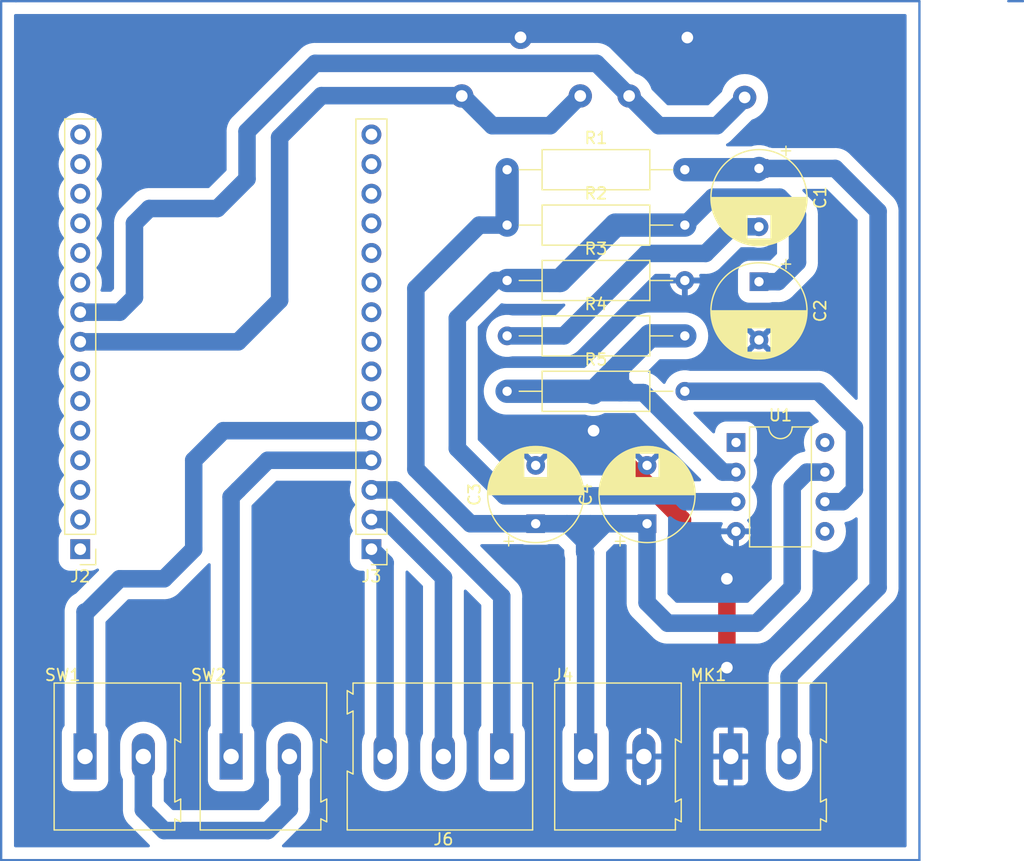
<source format=kicad_pcb>
(kicad_pcb (version 20221018) (generator pcbnew)
  (layers (0 "F.Cu" signal) (31 "B.Cu" signal) (34 "B.Paste" user) (35 "F.Paste" user) (36 "B.SilkS" user "B.Silkscreen") (37 "F.SilkS" user "F.Silkscreen") (38 "B.Mask" user) (39 "F.Mask" user) (44 "Edge.Cuts" user))
  (net 0 "")
  (net 1 "Net-(MK1-+)")
  (net 2 "Net-(C1-Pad2)")
  (net 3 "Net-(U1-+)")
  (net 4 "GND")
  (net 5 "d26")
  (net 6 "d25")
  (net 7 "Net-(U1--)")
  (net 8 "d33")
  (net 12 "Net-(A1-EN)")
  (net 13 "Net-(A1-VP)")
  (net 14 "Net-(A1-VN)")
  (net 15 "Net-(A1-D34)")
  (net 16 "Net-(A1-D35)")
  (net 17 "Net-(A1-D32)")
  (net 18 "Net-(A1-D27)")
  (net 19 "Net-(A1-D14)")
  (net 20 "Net-(A1-D12)")
  (net 21 "Net-(A1-D13)")
  (net 22 "Net-(A1-GND)")
  (net 23 "Net-(A1-VN)_1")
  (net 24 "Net-(A1-D15)")
  (net 25 "Net-(A1-D16)")
  (net 26 "Net-(A1-D17)")
  (net 27 "Net-(A1-D5)")
  (net 28 "Net-(A1-D18)")
  (net 29 "Net-(A1-D19)")
  (net 30 "Net-(A1-D21)")
  (net 31 "Net-(A1-RX0)")
  (net 32 "Net-(A1-TX0)")
  (net 33 "Net-(A1-D22)")
  (net 34 "Net-(A1-D23)")
  (net 35 "d4")
  (net 36 "3.3v")
  (net 37 "d2")
  (net 38 "+3.3V")
  (net 39 "Net-(A1-GND)_1")
  (net 40 "Net-(A1-3V3)")
  (footprint "TerminalBlock:TerminalBlock_Altech_AK300-2_P5.00mm" (layer "F.Cu") (at 124.3465 80.799)
    (fp_text reference "MK1" (at -1.92 -6.99) (layer "F.SilkS"))
    (fp_text value "Microphone")
    (pad "1" thru_hole rect (at 0 0) (size 1.98 3.96) (drill 1.32) (layers "*.Cu" "*.Mask") (net 4 "GND"))
    (pad "2" thru_hole oval (at 5 0) (size 1.98 3.96) (drill 1.32) (layers "*.Cu" "*.Mask") (net 1 "Net-(MK1-+)"))
  )
  (footprint "TerminalBlock:TerminalBlock_Altech_AK300-3_P5.00mm" (layer "F.Cu") (at 104.7085 80.799 180)
    (fp_text reference "J6" (at 5 -7.1) (layer "F.SilkS"))
    (fp_text value "matriz")
    (pad "1" thru_hole rect (at 0 0 180) (size 1.98 3.96) (drill 1.32) (layers "*.Cu" "*.Mask") (net 24 "Net-(A1-D15)"))
    (pad "2" thru_hole oval (at 5 0 180) (size 1.98 3.96) (drill 1.32) (layers "*.Cu" "*.Mask") (net 22 "Net-(A1-GND)"))
    (pad "3" thru_hole oval (at 10 0 180) (size 1.98 3.96) (drill 1.32) (layers "*.Cu" "*.Mask") (net 40 "Net-(A1-3V3)"))
  )
  (footprint "TerminalBlock:TerminalBlock_Altech_AK300-2_P5.00mm" (layer "F.Cu") (at 111.9005 80.799)
    (fp_text reference "J4" (at -1.92 -6.99) (layer "F.SilkS"))
    (fp_text value "Screw_Terminal_01x02")
    (pad "1" thru_hole rect (at 0 0) (size 1.98 3.96) (drill 1.32) (layers "*.Cu" "*.Mask") (net 38 "+3.3V"))
    (pad "2" thru_hole oval (at 5 0) (size 1.98 3.96) (drill 1.32) (layers "*.Cu" "*.Mask") (net 4 "GND"))
  )
  (footprint "Resistor_THT:R_Axial_DIN0309_L9.0mm_D3.2mm_P15.24mm_Horizontal" (layer "F.Cu") (at 105.1695 49.481)
    (fp_text reference "R5" (at 7.62 -2.72) (layer "F.SilkS"))
    (fp_text value "100k")
    (pad "1" thru_hole circle (at 0 0) (size 1.6 1.6) (drill 0.8) (layers "*.Cu" "*.Mask") (net 7 "Net-(U1--)"))
    (pad "2" thru_hole oval (at 15.24 0) (size 1.6 1.6) (drill 0.8) (layers "*.Cu" "*.Mask") (net 8 "d33"))
  )
  (footprint "Resistor_THT:R_Axial_DIN0309_L9.0mm_D3.2mm_P15.24mm_Horizontal" (layer "F.Cu") (at 105.1695 39.981)
    (fp_text reference "R3" (at 7.62 -2.72) (layer "F.SilkS"))
    (fp_text value "100k")
    (pad "1" thru_hole circle (at 0 0) (size 1.6 1.6) (drill 0.8) (layers "*.Cu" "*.Mask") (net 3 "Net-(U1-+)"))
    (pad "2" thru_hole oval (at 15.24 0) (size 1.6 1.6) (drill 0.8) (layers "*.Cu" "*.Mask") (net 4 "GND"))
  )
  (footprint "Capacitor_THT:CP_Radial_D8.0mm_P5.00mm" (layer "F.Cu") (at 107.6205 60.836651 90)
    (fp_text reference "C3" (at 2.5 -5.25 90) (layer "F.SilkS"))
    (fp_text value "10uF")
    (pad "1" thru_hole rect (at 0 0 90) (size 1.6 1.6) (drill 0.8) (layers "*.Cu" "*.Mask") (net 38 "+3.3V"))
    (pad "2" thru_hole circle (at 5 0 90) (size 1.6 1.6) (drill 0.8) (layers "*.Cu" "*.Mask") (net 4 "GND"))
  )
  (footprint "Connector_PinHeader_2.54mm:PinHeader_1x15_P2.54mm_Vertical" (layer "F.Cu") (at 68.5655 63.019 180)
    (fp_text reference "J2" (at 0 -2.33) (layer "F.SilkS"))
    (fp_text value "Conn_01x15_Pin")
    (pad "1" thru_hole rect (at 0 0 180) (size 1.7 1.7) (drill 1) (layers "*.Cu" "*.Mask") (net 12 "Net-(A1-EN)"))
    (pad "2" thru_hole oval (at 0 2.54 180) (size 1.7 1.7) (drill 1) (layers "*.Cu" "*.Mask") (net 13 "Net-(A1-VP)"))
    (pad "3" thru_hole oval (at 0 5.08 180) (size 1.7 1.7) (drill 1) (layers "*.Cu" "*.Mask") (net 14 "Net-(A1-VN)"))
    (pad "4" thru_hole oval (at 0 7.62 180) (size 1.7 1.7) (drill 1) (layers "*.Cu" "*.Mask") (net 15 "Net-(A1-D34)"))
    (pad "5" thru_hole oval (at 0 10.16 180) (size 1.7 1.7) (drill 1) (layers "*.Cu" "*.Mask") (net 16 "Net-(A1-D35)"))
    (pad "6" thru_hole oval (at 0 12.7 180) (size 1.7 1.7) (drill 1) (layers "*.Cu" "*.Mask") (net 17 "Net-(A1-D32)"))
    (pad "7" thru_hole oval (at 0 15.24 180) (size 1.7 1.7) (drill 1) (layers "*.Cu" "*.Mask") (net 8 "d33"))
    (pad "8" thru_hole oval (at 0 17.78 180) (size 1.7 1.7) (drill 1) (layers "*.Cu" "*.Mask") (net 6 "d25"))
    (pad "9" thru_hole oval (at 0 20.32 180) (size 1.7 1.7) (drill 1) (layers "*.Cu" "*.Mask") (net 5 "d26"))
    (pad "10" thru_hole oval (at 0 22.86 180) (size 1.7 1.7) (drill 1) (layers "*.Cu" "*.Mask") (net 18 "Net-(A1-D27)"))
    (pad "11" thru_hole oval (at 0 25.4 180) (size 1.7 1.7) (drill 1) (layers "*.Cu" "*.Mask") (net 19 "Net-(A1-D14)"))
    (pad "12" thru_hole oval (at 0 27.94 180) (size 1.7 1.7) (drill 1) (layers "*.Cu" "*.Mask") (net 20 "Net-(A1-D12)"))
    (pad "13" thru_hole oval (at 0 30.48 180) (size 1.7 1.7) (drill 1) (layers "*.Cu" "*.Mask") (net 21 "Net-(A1-D13)"))
    (pad "14" thru_hole oval (at 0 33.02 180) (size 1.7 1.7) (drill 1) (layers "*.Cu" "*.Mask") (net 39 "Net-(A1-GND)_1"))
    (pad "15" thru_hole oval (at 0 35.56 180) (size 1.7 1.7) (drill 1) (layers "*.Cu" "*.Mask") (net 23 "Net-(A1-VN)_1"))
  )
  (footprint "Resistor_THT:R_Axial_DIN0309_L9.0mm_D3.2mm_P15.24mm_Horizontal" (layer "F.Cu") (at 105.1695 30.481)
    (fp_text reference "R1" (at 7.62 -2.72) (layer "F.SilkS"))
    (fp_text value "10k")
    (pad "1" thru_hole circle (at 0 0) (size 1.6 1.6) (drill 0.8) (layers "*.Cu" "*.Mask") (net 38 "+3.3V"))
    (pad "2" thru_hole oval (at 15.24 0) (size 1.6 1.6) (drill 0.8) (layers "*.Cu" "*.Mask") (net 1 "Net-(MK1-+)"))
  )
  (footprint "Capacitor_THT:CP_Radial_D8.0mm_P5.00mm" (layer "F.Cu") (at 126.7675 40.084349 -90)
    (fp_text reference "C2" (at 2.5 -5.25 90) (layer "F.SilkS"))
    (fp_text value "10uf")
    (pad "1" thru_hole rect (at 0 0 270) (size 1.6 1.6) (drill 0.8) (layers "*.Cu" "*.Mask") (net 3 "Net-(U1-+)"))
    (pad "2" thru_hole circle (at 5 0 270) (size 1.6 1.6) (drill 0.8) (layers "*.Cu" "*.Mask") (net 4 "GND"))
  )
  (footprint "TerminalBlock:TerminalBlock_Altech_AK300-2_P5.00mm" (layer "F.Cu") (at 81.5005 80.799)
    (fp_text reference "SW2" (at -1.92 -6.99) (layer "F.SilkS"))
    (fp_text value "switch 2")
    (pad "1" thru_hole rect (at 0 0) (size 1.98 3.96) (drill 1.32) (layers "*.Cu" "*.Mask") (net 37 "d2"))
    (pad "2" thru_hole oval (at 5 0) (size 1.98 3.96) (drill 1.32) (layers "*.Cu" "*.Mask") (net 36 "3.3v"))
  )
  (footprint "Capacitor_THT:CP_Radial_D8.0mm_P5.00mm" (layer "F.Cu") (at 117.1705 60.836651 90)
    (fp_text reference "C4" (at 2.5 -5.25 90) (layer "F.SilkS"))
    (fp_text value "460uf")
    (pad "1" thru_hole rect (at 0 0 90) (size 1.6 1.6) (drill 0.8) (layers "*.Cu" "*.Mask") (net 38 "+3.3V"))
    (pad "2" thru_hole circle (at 5 0 90) (size 1.6 1.6) (drill 0.8) (layers "*.Cu" "*.Mask") (net 4 "GND"))
  )
  (footprint "TerminalBlock:TerminalBlock_Altech_AK300-2_P5.00mm" (layer "F.Cu") (at 68.9775 80.799)
    (fp_text reference "SW1" (at -1.92 -6.99) (layer "F.SilkS"))
    (fp_text value "switch 1")
    (pad "1" thru_hole rect (at 0 0) (size 1.98 3.96) (drill 1.32) (layers "*.Cu" "*.Mask") (net 35 "d4"))
    (pad "2" thru_hole oval (at 5 0) (size 1.98 3.96) (drill 1.32) (layers "*.Cu" "*.Mask") (net 36 "3.3v"))
  )
  (footprint "Package_DIP:DIP-8_W7.62mm" (layer "F.Cu") (at 124.8005 53.872)
    (fp_text reference "U1" (at 3.81 -2.33) (layer "F.SilkS"))
    (fp_text value "TL071")
    (pad "1" thru_hole rect (at 0 0) (size 1.6 1.6) (drill 0.8) (layers "*.Cu" "*.Mask"))
    (pad "2" thru_hole oval (at 0 2.54) (size 1.6 1.6) (drill 0.8) (layers "*.Cu" "*.Mask") (net 7 "Net-(U1--)"))
    (pad "3" thru_hole oval (at 0 5.08) (size 1.6 1.6) (drill 0.8) (layers "*.Cu" "*.Mask") (net 3 "Net-(U1-+)"))
    (pad "4" thru_hole oval (at 0 7.62) (size 1.6 1.6) (drill 0.8) (layers "*.Cu" "*.Mask") (net 4 "GND"))
    (pad "5" thru_hole oval (at 7.62 7.62) (size 1.6 1.6) (drill 0.8) (layers "*.Cu" "*.Mask"))
    (pad "6" thru_hole oval (at 7.62 5.08) (size 1.6 1.6) (drill 0.8) (layers "*.Cu" "*.Mask") (net 8 "d33"))
    (pad "7" thru_hole oval (at 7.62 2.54) (size 1.6 1.6) (drill 0.8) (layers "*.Cu" "*.Mask") (net 38 "+3.3V"))
    (pad "8" thru_hole oval (at 7.62 0) (size 1.6 1.6) (drill 0.8) (layers "*.Cu" "*.Mask"))
  )
  (footprint "Resistor_THT:R_Axial_DIN0309_L9.0mm_D3.2mm_P15.24mm_Horizontal" (layer "F.Cu") (at 105.1695 35.231)
    (fp_text reference "R2" (at 7.62 -2.72) (layer "F.SilkS"))
    (fp_text value "100k")
    (pad "1" thru_hole circle (at 0 0) (size 1.6 1.6) (drill 0.8) (layers "*.Cu" "*.Mask") (net 38 "+3.3V"))
    (pad "2" thru_hole oval (at 15.24 0) (size 1.6 1.6) (drill 0.8) (layers "*.Cu" "*.Mask") (net 3 "Net-(U1-+)"))
  )
  (footprint "Resistor_THT:R_Axial_DIN0309_L9.0mm_D3.2mm_P15.24mm_Horizontal" (layer "F.Cu") (at 105.1695 44.731)
    (fp_text reference "R4" (at 7.62 -2.72) (layer "F.SilkS"))
    (fp_text value "10k")
    (pad "1" thru_hole circle (at 0 0) (size 1.6 1.6) (drill 0.8) (layers "*.Cu" "*.Mask") (net 2 "Net-(C1-Pad2)"))
    (pad "2" thru_hole oval (at 15.24 0) (size 1.6 1.6) (drill 0.8) (layers "*.Cu" "*.Mask") (net 7 "Net-(U1--)"))
  )
  (footprint "Connector_PinHeader_2.54mm:PinHeader_1x15_P2.54mm_Vertical" (layer "F.Cu") (at 93.5355 63.019 180)
    (fp_text reference "J3" (at 0 -2.33) (layer "F.SilkS"))
    (fp_text value "Conn_01x15_Pin" hide)
    (pad "1" thru_hole rect (at 0 0 180) (size 1.7 1.7) (drill 1) (layers "*.Cu" "*.Mask") (net 40 "Net-(A1-3V3)"))
    (pad "2" thru_hole oval (at 0 2.54 180) (size 1.7 1.7) (drill 1) (layers "*.Cu" "*.Mask") (net 22 "Net-(A1-GND)"))
    (pad "3" thru_hole oval (at 0 5.08 180) (size 1.7 1.7) (drill 1) (layers "*.Cu" "*.Mask") (net 24 "Net-(A1-D15)"))
    (pad "4" thru_hole oval (at 0 7.62 180) (size 1.7 1.7) (drill 1) (layers "*.Cu" "*.Mask") (net 37 "d2"))
    (pad "5" thru_hole oval (at 0 10.16 180) (size 1.7 1.7) (drill 1) (layers "*.Cu" "*.Mask") (net 35 "d4"))
    (pad "6" thru_hole oval (at 0 12.7 180) (size 1.7 1.7) (drill 1) (layers "*.Cu" "*.Mask") (net 25 "Net-(A1-D16)"))
    (pad "7" thru_hole oval (at 0 15.24 180) (size 1.7 1.7) (drill 1) (layers "*.Cu" "*.Mask") (net 26 "Net-(A1-D17)"))
    (pad "8" thru_hole oval (at 0 17.78 180) (size 1.7 1.7) (drill 1) (layers "*.Cu" "*.Mask") (net 27 "Net-(A1-D5)"))
    (pad "9" thru_hole oval (at 0 20.32 180) (size 1.7 1.7) (drill 1) (layers "*.Cu" "*.Mask") (net 28 "Net-(A1-D18)"))
    (pad "10" thru_hole oval (at 0 22.86 180) (size 1.7 1.7) (drill 1) (layers "*.Cu" "*.Mask") (net 29 "Net-(A1-D19)"))
    (pad "11" thru_hole oval (at 0 25.4 180) (size 1.7 1.7) (drill 1) (layers "*.Cu" "*.Mask") (net 30 "Net-(A1-D21)"))
    (pad "12" thru_hole oval (at 0 27.94 180) (size 1.7 1.7) (drill 1) (layers "*.Cu" "*.Mask") (net 31 "Net-(A1-RX0)"))
    (pad "13" thru_hole oval (at 0 30.48 180) (size 1.7 1.7) (drill 1) (layers "*.Cu" "*.Mask") (net 32 "Net-(A1-TX0)"))
    (pad "14" thru_hole oval (at 0 33.02 180) (size 1.7 1.7) (drill 1) (layers "*.Cu" "*.Mask") (net 33 "Net-(A1-D22)"))
    (pad "15" thru_hole oval (at 0 35.56 180) (size 1.7 1.7) (drill 1) (layers "*.Cu" "*.Mask") (net 34 "Net-(A1-D23)"))
  )
  (footprint "Capacitor_THT:CP_Radial_D8.0mm_P5.00mm" (layer "F.Cu") (at 126.7675 30.375 -90)
    (fp_text reference "C1" (at 2.5 -5.25 90) (layer "F.SilkS"))
    (fp_text value "1uf")
    (pad "1" thru_hole rect (at 0 0 270) (size 1.6 1.6) (drill 0.8) (layers "*.Cu" "*.Mask") (net 1 "Net-(MK1-+)"))
    (pad "2" thru_hole circle (at 5 0 270) (size 1.6 1.6) (drill 0.8) (layers "*.Cu" "*.Mask") (net 2 "Net-(C1-Pad2)"))
  )
  (gr_line (start 61.7855 89.689) (end 61.7855 16.029) (stroke (width 0.2)) (layer "B.Cu"))
  (gr_line (start 140.5255 89.689) (end 61.7855 89.689) (stroke (width 0.2)) (layer "B.Cu"))
  (gr_line (start 61.7855 16.029) (end 63.0555 16.029) (stroke (width 0.2)) (layer "B.Cu"))
  (gr_line (start 63.0555 16.029) (end 140.5255 16.029) (stroke (width 0.2)) (layer "B.Cu"))
  (gr_line (start 140.5255 16.029) (end 140.5255 89.689) (stroke (width 0.2)) (layer "B.Cu"))
  (gr_line (start 148.1455 16.029) (end 149.4155 16.029) (stroke (width 0.2)) (layer "B.Cu"))
  (segment (start 136.9825 34.05) (end 133.3075 30.375) (width 1.5) (layer "B.Cu") (net 1))
  (segment (start 136.9825 66.308) (end 136.9825 34.05) (width 1.5) (layer "B.Cu") (net 1))
  (segment (start 126.6615 30.481) (end 126.7675 30.375) (width 2) (layer "B.Cu") (net 1))
  (segment (start 120.4095 30.481) (end 126.6615 30.481) (width 2) (layer "B.Cu") (net 1))
  (segment (start 133.3075 30.375) (end 126.7675 30.375) (width 1.5) (layer "B.Cu") (net 1))
  (segment (start 129.3465 73.944) (end 136.9825 66.308) (width 1.5) (layer "B.Cu") (net 1))
  (segment (start 129.3465 80.799) (end 129.3465 73.944) (width 1.5) (layer "B.Cu") (net 1))
  (segment (start 105.1695 44.731) (end 110.0455 44.731) (width 1.5) (layer "B.Cu") (net 2))
  (segment (start 110.0455 44.731) (end 117.1155 37.661) (width 1.5) (layer "B.Cu") (net 2))
  (segment (start 124.4815 35.375) (end 126.7675 35.375) (width 1.5) (layer "B.Cu") (net 2))
  (segment (start 117.1155 37.661) (end 122.1955 37.661) (width 1.5) (layer "B.Cu") (net 2))
  (segment (start 122.1955 37.661) (end 124.4815 35.375) (width 1.5) (layer "B.Cu") (net 2))
  (segment (start 114.4655 35.231) (end 120.4095 35.231) (width 2) (layer "B.Cu") (net 3))
  (segment (start 109.7155 39.981) (end 114.4655 35.231) (width 2) (layer "B.Cu") (net 3))
  (segment (start 128.5455 32.835) (end 122.8055 32.835) (width 1.5) (layer "B.Cu") (net 3))
  (segment (start 126.7675 40.084349) (end 128.408151 40.084349) (width 1.5) (layer "B.Cu") (net 3))
  (segment (start 120.4565 58.952) (end 119.9515 58.447) (width 1.5) (layer "B.Cu") (net 3))
  (segment (start 104.1275 39.981) (end 105.1695 39.981) (width 1.5) (layer "B.Cu") (net 3))
  (segment (start 100.9015 43.207) (end 104.1275 39.981) (width 1.5) (layer "B.Cu") (net 3))
  (segment (start 100.9015 54.383) (end 100.9015 43.207) (width 1.5) (layer "B.Cu") (net 3))
  (segment (start 119.9515 58.447) (end 104.9655 58.447) (width 1.5) (layer "B.Cu") (net 3))
  (segment (start 128.408151 40.084349) (end 130.0695 38.423) (width 1.5) (layer "B.Cu") (net 3))
  (segment (start 122.8055 32.835) (end 120.4095 35.231) (width 1.5) (layer "B.Cu") (net 3))
  (segment (start 104.9655 58.447) (end 100.9015 54.383) (width 1.5) (layer "B.Cu") (net 3))
  (segment (start 130.0695 34.359) (end 128.5455 32.835) (width 1.5) (layer "B.Cu") (net 3))
  (segment (start 124.8005 58.952) (end 120.4565 58.952) (width 1.5) (layer "B.Cu") (net 3))
  (segment (start 130.0695 38.423) (end 130.0695 34.359) (width 1.5) (layer "B.Cu") (net 3))
  (segment (start 105.1695 39.981) (end 109.7155 39.981) (width 2) (layer "B.Cu") (net 3))
  (segment (start 120.2055 61.749) (end 124.0155 65.559) (width 1.5) (layer "F.Cu") (net 4))
  (segment (start 120.2055 60.479) (end 120.2055 61.749) (width 1.5) (layer "F.Cu") (net 4))
  (segment (start 112.5855 52.859) (end 120.2055 60.479) (width 1.5) (layer "F.Cu") (net 4))
  (segment (start 124.0155 73.179) (end 124.0155 65.559) (width 1.5) (layer "F.Cu") (net 4))
  (via (at 124.0155 73.179) (size 2) (drill 1) (layers "F.Cu" "B.Cu") (net 4))
  (via (at 106.3205 19.13) (size 2) (drill 1) (layers "F.Cu" "B.Cu") (net 4))
  (via (at 124.0155 65.559) (size 2) (drill 1) (layers "F.Cu" "B.Cu") (net 4))
  (via (at 120.6245 19.148) (size 2) (drill 1) (layers "F.Cu" "B.Cu") (net 4))
  (via (at 112.5855 52.859) (size 2) (drill 1) (layers "F.Cu" "B.Cu") (net 4))
  (via (at 125.5395 24.284) (size 2) (drill 1) (layers "F.Cu" "B.Cu") (net 5))
  (via (at 115.6335 24.157) (size 2) (drill 1) (layers "F.Cu" "B.Cu") (net 5))
  (segment (start 74.4855 33.809) (end 80.3275 33.809) (width 1.5) (layer "B.Cu") (net 5))
  (segment (start 68.5655 42.699) (end 71.9455 42.699) (width 1.5) (layer "B.Cu") (net 5))
  (segment (start 73.2155 41.429) (end 73.2155 35.079) (width 1.5) (layer "B.Cu") (net 5))
  (segment (start 125.6245 24.246) (end 123.1645 26.706) (width 1.5) (layer "B.Cu") (net 5))
  (segment (start 82.8675 27.205) (end 82.8675 31.269) (width 1.5) (layer "B.Cu") (net 5))
  (segment (start 123.1645 26.706) (end 118.1825 26.706) (width 1.5) (layer "B.Cu") (net 5))
  (segment (start 112.8395 21.363) (end 88.7095 21.363) (width 1.5) (layer "B.Cu") (net 5))
  (segment (start 73.2155 35.079) (end 74.4855 33.809) (width 1.5) (layer "B.Cu") (net 5))
  (segment (start 115.6245 24.148) (end 112.8395 21.363) (width 1.5) (layer "B.Cu") (net 5))
  (segment (start 80.3275 33.809) (end 82.8675 31.269) (width 1.5) (layer "B.Cu") (net 5))
  (segment (start 71.9455 42.699) (end 73.2155 41.429) (width 1.5) (layer "B.Cu") (net 5))
  (segment (start 118.1825 26.706) (end 115.6245 24.148) (width 1.5) (layer "B.Cu") (net 5))
  (segment (start 88.7095 21.363) (end 82.8675 27.205) (width 1.5) (layer "B.Cu") (net 5))
  (via (at 101.2825 24.157) (size 2) (drill 1) (layers "F.Cu" "B.Cu") (net 6))
  (via (at 111.4425 24.157) (size 2) (drill 1) (layers "F.Cu" "B.Cu") (net 6))
  (segment (start 111.3205 24.246) (end 108.8605 26.706) (width 1.5) (layer "B.Cu") (net 6))
  (segment (start 82.1055 45.239) (end 85.6615 41.683) (width 1.5) (layer "B.Cu") (net 6))
  (segment (start 89.2445 24.13) (end 101.2555 24.13) (width 1.5) (layer "B.Cu") (net 6))
  (segment (start 85.6615 27.713) (end 89.2445 24.13) (width 1.5) (layer "B.Cu") (net 6))
  (segment (start 101.2555 24.13) (end 101.2825 24.157) (width 1.5) (layer "B.Cu") (net 6))
  (segment (start 108.8605 26.706) (end 103.8965 26.706) (width 1.5) (layer "B.Cu") (net 6))
  (segment (start 68.5655 45.239) (end 82.1055 45.239) (width 1.5) (layer "B.Cu") (net 6))
  (segment (start 101.3095 24.13) (end 101.2825 24.157) (width 1.5) (layer "B.Cu") (net 6))
  (segment (start 111.3205 24.13) (end 111.3205 24.246) (width 1.5) (layer "B.Cu") (net 6))
  (segment (start 103.8965 26.706) (end 101.3205 24.13) (width 1.5) (layer "B.Cu") (net 6))
  (segment (start 101.3205 24.13) (end 101.3095 24.13) (width 1.5) (layer "B.Cu") (net 6))
  (segment (start 85.6615 41.683) (end 85.6615 27.713) (width 1.5) (layer "B.Cu") (net 6))
  (segment (start 123.66913 56.412) (end 116.85613 49.599) (width 1.5) (layer "B.Cu") (net 7))
  (segment (start 114.8845 49.599) (end 114.8845 48.782) (width 1.5) (layer "B.Cu") (net 7))
  (segment (start 114.8845 49.599) (end 112.5435 49.599) (width 1.5) (layer "B.Cu") (net 7))
  (segment (start 124.8005 56.412) (end 123.66913 56.412) (width 1.5) (layer "B.Cu") (net 7))
  (segment (start 115.7015 49.599) (end 114.8845 48.782) (width 1.5) (layer "B.Cu") (net 7))
  (segment (start 120.4095 44.731) (end 117.4115 44.731) (width 2) (layer "B.Cu") (net 7))
  (segment (start 112.4255 49.481) (end 105.1695 49.481) (width 2) (layer "B.Cu") (net 7))
  (segment (start 116.85613 49.599) (end 115.7015 49.599) (width 1.5) (layer "B.Cu") (net 7))
  (segment (start 117.4115 44.731) (end 114.8845 47.258) (width 2) (layer "B.Cu") (net 7))
  (segment (start 114.8845 48.782) (end 114.8845 47.258) (width 1.5) (layer "B.Cu") (net 7))
  (segment (start 114.8845 47.258) (end 112.5435 49.599) (width 2) (layer "B.Cu") (net 7))
  (segment (start 116.85613 49.599) (end 114.8845 49.599) (width 1.5) (layer "B.Cu") (net 7))
  (segment (start 112.5435 49.599) (end 112.4255 49.481) (width 2) (layer "B.Cu") (net 7))
  (segment (start 134.9505 57.926) (end 133.9245 58.952) (width 1.5) (layer "B.Cu") (net 8))
  (segment (start 131.8395 49.481) (end 134.9505 52.592) (width 1.5) (layer "B.Cu") (net 8))
  (segment (start 133.9245 58.952) (end 132.4205 58.952) (width 1.5) (layer "B.Cu") (net 8))
  (segment (start 120.4095 49.481) (end 131.8395 49.481) (width 1.5) (layer "B.Cu") (net 8))
  (segment (start 134.9505 52.592) (end 134.9505 57.926) (width 1.5) (layer "B.Cu") (net 8))
  (segment (start 94.737581 60.479) (end 93.5355 60.479) (width 1.5) (layer "B.Cu") (net 22))
  (segment (start 99.7085 80.799) (end 99.7085 65.455919) (width 1.5) (layer "B.Cu") (net 22))
  (segment (start 99.7115 65.452919) (end 94.737581 60.479) (width 1.5) (layer "B.Cu") (net 22))
  (segment (start 99.7085 65.455919) (end 99.7115 65.452919) (width 1.5) (layer "B.Cu") (net 22))
  (segment (start 95.5675 57.939) (end 93.5355 57.939) (width 1.5) (layer "B.Cu") (net 24))
  (segment (start 104.7115 67.083) (end 95.5675 57.939) (width 1.5) (layer "B.Cu") (net 24))
  (segment (start 104.7085 80.799) (end 104.7085 67.086) (width 1.5) (layer "B.Cu") (net 24))
  (segment (start 104.7085 67.086) (end 104.7115 67.083) (width 1.5) (layer "B.Cu") (net 24))
  (segment (start 68.9775 68.4) (end 69.1045 68.4) (width 1.5) (layer "B.Cu") (net 35))
  (segment (start 78.2955 55.399) (end 80.8355 52.859) (width 1.5) (layer "B.Cu") (net 35))
  (segment (start 80.8355 52.859) (end 93.5355 52.859) (width 1.5) (layer "B.Cu") (net 35))
  (segment (start 68.9775 80.799) (end 68.9775 68.4) (width 1.5) (layer "B.Cu") (net 35))
  (segment (start 75.7555 65.559) (end 78.2955 63.019) (width 1.5) (layer "B.Cu") (net 35))
  (segment (start 69.1045 68.4) (end 71.9455 65.559) (width 1.5) (layer "B.Cu") (net 35))
  (segment (start 78.2955 63.019) (end 78.2955 55.399) (width 1.5) (layer "B.Cu") (net 35))
  (segment (start 71.9455 65.559) (end 75.7555 65.559) (width 1.5) (layer "B.Cu") (net 35))
  (segment (start 73.9775 85.371) (end 73.9775 80.799) (width 1.5) (layer "B.Cu") (net 36))
  (segment (start 86.5005 85.294) (end 84.6455 87.149) (width 1.5) (layer "B.Cu") (net 36))
  (segment (start 84.6455 87.149) (end 75.7555 87.149) (width 1.5) (layer "B.Cu") (net 36))
  (segment (start 86.5005 80.799) (end 86.5005 85.294) (width 1.5) (layer "B.Cu") (net 36))
  (segment (start 75.7555 87.149) (end 73.9775 85.371) (width 1.5) (layer "B.Cu") (net 36))
  (segment (start 92.333419 55.399) (end 84.6455 55.399) (width 1.5) (layer "B.Cu") (net 37))
  (segment (start 92.333419 55.399) (end 93.5355 55.399) (width 1.5) (layer "B.Cu") (net 37))
  (segment (start 84.6455 55.399) (end 82.1055 57.939) (width 1.5) (layer "B.Cu") (net 37))
  (segment (start 81.5005 80.799) (end 81.5005 58.544) (width 1.5) (layer "B.Cu") (net 37))
  (segment (start 81.5005 58.544) (end 82.1055 57.939) (width 1.5) (layer "B.Cu") (net 37))
  (segment (start 113.6015 60.836651) (end 112.3315 60.836651) (width 1.5) (layer "B.Cu") (net 38))
  (segment (start 111.8235 63.273) (end 111.8235 62.360651) (width 1.5) (layer "B.Cu") (net 38))
  (segment (start 130.8765 56.412) (end 129.6165 57.672) (width 1.5) (layer "B.Cu") (net 38))
  (segment (start 102.021151 60.836651) (end 97.3455 56.161) (width 1.5) (layer "B.Cu") (net 38))
  (segment (start 126.5555 69.369) (end 118.9355 69.369) (width 1.5) (layer "B.Cu") (net 38))
  (segment (start 107.6205 60.836651) (end 102.021151 60.836651) (width 1.5) (layer "B.Cu") (net 38))
  (segment (start 132.4205 56.412) (end 130.8765 56.412) (width 1.5) (layer "B.Cu") (net 38))
  (segment (start 129.6165 66.308) (end 126.5555 69.369) (width 1.5) (layer "B.Cu") (net 38))
  (segment (start 112.3315 60.836651) (end 110.2995 60.836651) (width 1.5) (layer "B.Cu") (net 38))
  (segment (start 111.8235 63.273) (end 111.8235 62.614651) (width 1.5) (layer "B.Cu") (net 38))
  (segment (start 117.1705 60.836651) (end 113.6015 60.836651) (width 1.5) (layer "B.Cu") (net 38))
  (segment (start 117.1705 67.604) (end 117.1705 60.836651) (width 1.5) (layer "B.Cu") (net 38))
  (segment (start 111.8235 62.360651) (end 110.2995 60.836651) (width 1.5) (layer "B.Cu") (net 38))
  (segment (start 105.1695 30.481) (end 105.1695 35.231) (width 2) (layer "B.Cu") (net 38))
  (segment (start 111.8235 63.273) (end 111.8235 61.344651) (width 1.5) (layer "B.Cu") (net 38))
  (segment (start 111.9005 63.35) (end 111.8235 63.273) (width 1.5) (layer "B.Cu") (net 38))
  (segment (start 97.3455 56.161) (end 97.3455 40.667) (width 1.5) (layer "B.Cu") (net 38))
  (segment (start 118.9355 69.369) (end 117.1705 67.604) (width 1.5) (layer "B.Cu") (net 38))
  (segment (start 102.7815 35.231) (end 105.1695 35.231) (width 1.5) (layer "B.Cu") (net 38))
  (segment (start 110.2995 60.836651) (end 107.6205 60.836651) (width 1.5) (layer "B.Cu") (net 38))
  (segment (start 111.8235 61.344651) (end 112.3315 60.836651) (width 1.5) (layer "B.Cu") (net 38))
  (segment (start 97.3455 40.667) (end 102.7815 35.231) (width 1.5) (layer "B.Cu") (net 38))
  (segment (start 111.8235 62.614651) (end 113.6015 60.836651) (width 1.5) (layer "B.Cu") (net 38))
  (segment (start 111.9035 63.353) (end 111.8235 63.273) (width 1.5) (layer "B.Cu") (net 38))
  (segment (start 129.6165 57.672) (end 129.6165 66.308) (width 1.5) (layer "B.Cu") (net 38))
  (segment (start 111.9005 80.799) (end 111.9005 63.35) (width 1.5) (layer "B.Cu") (net 38))
  (segment (start 94.7085 64.198) (end 94.7115 64.195) (width 1.5) (layer "B.Cu") (net 40))
  (segment (start 94.7085 80.799) (end 94.7085 64.198) (width 1.5) (layer "B.Cu") (net 40))
  (segment (start 94.7115 64.195) (end 93.5355 63.019) (width 1.5) (layer "B.Cu") (net 40))
  (zone (net 4) (net_name "GND") (layer "B.Cu") (connect_pads (clearance 1)) (min_thickness 0.25) (fill yes (thermal_gap 0.5) (thermal_bridge_width 0.5))
    (polygon (pts (xy 61.7855 16.029) (xy 140.5255 16.029) (xy 140.5255 89.689) (xy 61.7855 89.689)))
  )
)
</source>
